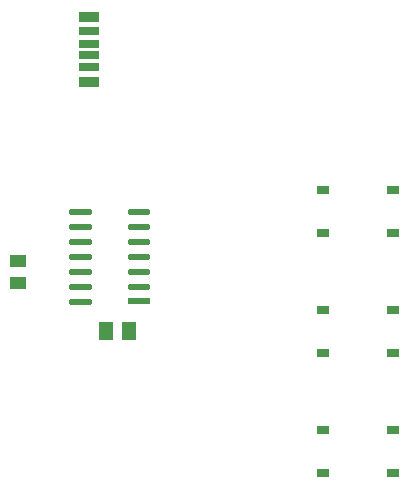
<source format=gtp>
%MOIN*%
%OFA0B0*%
%FSLAX34Y34*%
%IPPOS*%
%LPD*%
%AMOC8*
5,1,8,0,0,$1,22.5*%
%AMOC80*
5,1,8,0,0,$1,202.5*%
%AMOC81*
5,1,8,0,0,$1,112.5*%
%ADD10R,0.076771653543307089X0.023228346456692913*%
%ADD11C,0.011614173228346457*%
%ADD12R,0.055913385826771654X0.040598425196850391*%
%ADD13R,0.051181102362204731X0.059055118110236227*%
%ADD24R,0.070866141732283464X0.027559055118110236*%
%ADD25R,0.070866141732283464X0.031496062992125991*%
%ADD26R,0.070866141732283464X0.035433070866141732*%
%ADD27R,0.03937007874015748X0.027559055118110236*%
G75*
G01*
D10*
X0000000Y0000000D02*
X0007476Y0008000D03*
D11*
X0007150Y0008558D02*
X0007802Y0008558D01*
X0007802Y0008441D01*
X0007150Y0008441D01*
X0007150Y0008558D01*
X0007150Y0008552D02*
X0007802Y0008552D01*
X0007802Y0009058D02*
X0007150Y0009058D01*
X0007802Y0009058D02*
X0007802Y0008941D01*
X0007150Y0008941D01*
X0007150Y0009058D01*
X0007150Y0009052D02*
X0007802Y0009052D01*
X0007802Y0009558D02*
X0007150Y0009558D01*
X0007802Y0009558D02*
X0007802Y0009441D01*
X0007150Y0009441D01*
X0007150Y0009558D01*
X0007150Y0009552D02*
X0007802Y0009552D01*
X0007802Y0010058D02*
X0007150Y0010058D01*
X0007802Y0010058D02*
X0007802Y0009941D01*
X0007150Y0009941D01*
X0007150Y0010058D01*
X0007150Y0010052D02*
X0007802Y0010052D01*
X0007802Y0010558D02*
X0007150Y0010558D01*
X0007802Y0010558D02*
X0007802Y0010441D01*
X0007150Y0010441D01*
X0007150Y0010558D01*
X0007150Y0010552D02*
X0007802Y0010552D01*
X0007802Y0011058D02*
X0007150Y0011058D01*
X0007802Y0011058D02*
X0007802Y0010941D01*
X0007150Y0010941D01*
X0007150Y0011058D01*
X0007150Y0011052D02*
X0007802Y0011052D01*
X0005849Y0011058D02*
X0005197Y0011058D01*
X0005849Y0011058D02*
X0005849Y0010941D01*
X0005197Y0010941D01*
X0005197Y0011058D01*
X0005197Y0011052D02*
X0005849Y0011052D01*
X0005849Y0010558D02*
X0005197Y0010558D01*
X0005849Y0010558D02*
X0005849Y0010441D01*
X0005197Y0010441D01*
X0005197Y0010558D01*
X0005197Y0010552D02*
X0005849Y0010552D01*
X0005849Y0010058D02*
X0005197Y0010058D01*
X0005849Y0010058D02*
X0005849Y0009941D01*
X0005197Y0009941D01*
X0005197Y0010058D01*
X0005197Y0010052D02*
X0005849Y0010052D01*
X0005849Y0009558D02*
X0005197Y0009558D01*
X0005849Y0009558D02*
X0005849Y0009441D01*
X0005197Y0009441D01*
X0005197Y0009558D01*
X0005197Y0009552D02*
X0005849Y0009552D01*
X0005849Y0009058D02*
X0005197Y0009058D01*
X0005849Y0009058D02*
X0005849Y0008941D01*
X0005197Y0008941D01*
X0005197Y0009058D01*
X0005197Y0009052D02*
X0005849Y0009052D01*
X0005849Y0008558D02*
X0005197Y0008558D01*
X0005849Y0008558D02*
X0005849Y0008441D01*
X0005197Y0008441D01*
X0005197Y0008558D01*
X0005197Y0008552D02*
X0005849Y0008552D01*
X0005849Y0008058D02*
X0005197Y0008058D01*
X0005849Y0008058D02*
X0005849Y0007941D01*
X0005197Y0007941D01*
X0005197Y0008058D01*
X0005197Y0008052D02*
X0005849Y0008052D01*
D12*
X0003461Y0009348D03*
X0003461Y0008624D03*
D13*
X0007152Y0007000D03*
X0006404Y0007000D03*
G04 next file*
G04 EAGLE Gerber RS-274X export*
G75*
G01*
G04 Define Apertures*
D24*
X0010629Y0018897D02*
X0005830Y0016594D03*
X0005830Y0016200D03*
D25*
X0005830Y0015799D03*
X0005830Y0016996D03*
D26*
X0005830Y0015314D03*
X0005830Y0017480D03*
G04 next file*
G04 EAGLE Gerber RS-274X export*
G75*
G01*
G04 Define Apertures*
D27*
X0019291Y0000000D02*
X0015972Y0010271D03*
X0013610Y0010271D03*
X0015972Y0011728D03*
X0013610Y0011728D03*
X0015972Y0006271D03*
X0013610Y0006271D03*
X0015972Y0007728D03*
X0013610Y0007728D03*
X0015972Y0002271D03*
X0013610Y0002271D03*
X0015972Y0003728D03*
X0013610Y0003728D03*
M02*
</source>
